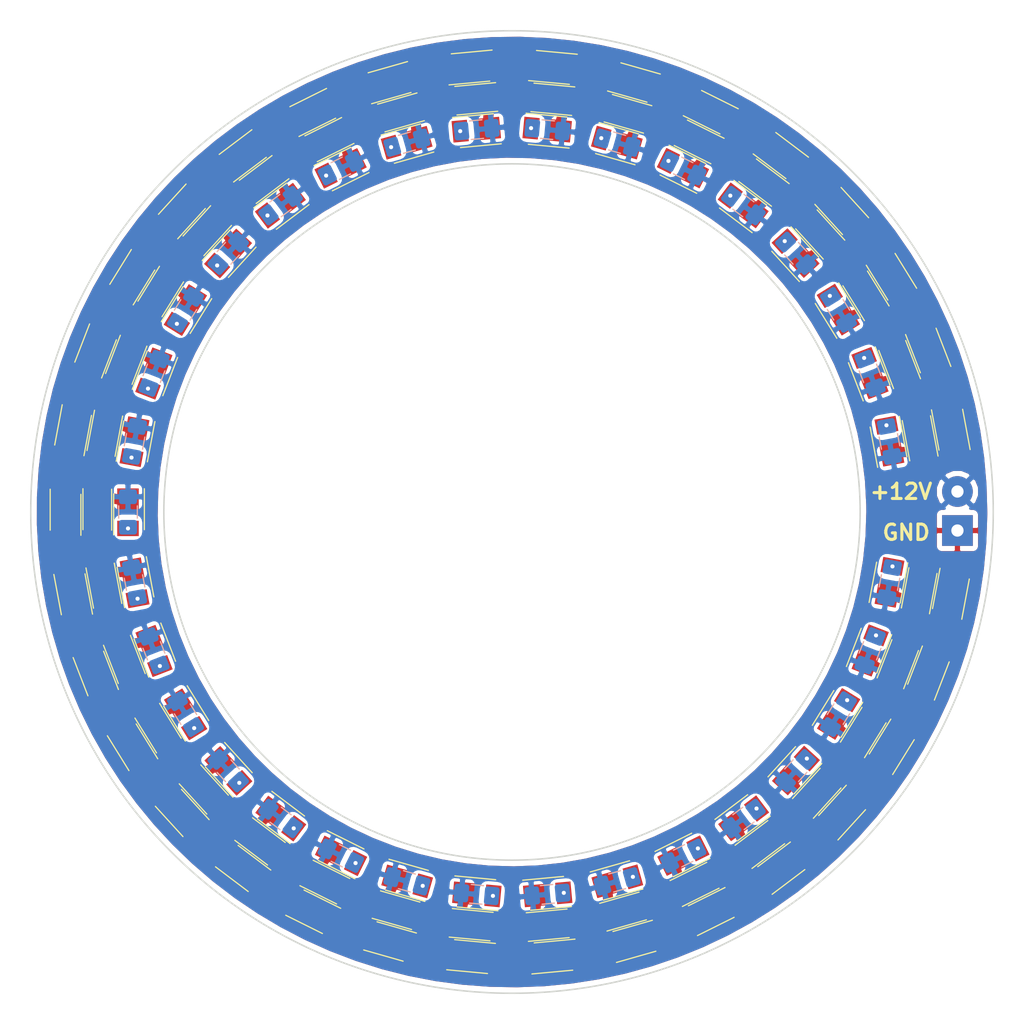
<source format=kicad_pcb>
(kicad_pcb (version 20171130) (host pcbnew 5.0.0-fee4fd1~66~ubuntu18.04.1)
  (layers (0 F.Cu signal) (31 B.Cu signal) (34 B.Paste user) (35 F.Paste user) (36 B.SilkS user) (37 F.SilkS user) (38 B.Mask user) (39 F.Mask user) (44 Edge.Cuts user))
  (net 0 "")
  (net 1 +12V)
  (net 2 "Net-(D70-Pad2)")
  (net 3 "Net-(D52-Pad2)")
  (net 4 "Net-(D49-Pad2)")
  (net 5 "Net-(D91-Pad2)")
  (net 6 "Net-(D88-Pad2)")
  (net 7 "Net-(D85-Pad2)")
  (net 8 "Net-(D82-Pad2)")
  (net 9 "Net-(D79-Pad2)")
  (net 10 "Net-(D76-Pad2)")
  (net 11 "Net-(D46-Pad2)")
  (net 12 "Net-(D67-Pad2)")
  (net 13 "Net-(D64-Pad2)")
  (net 14 "Net-(D61-Pad2)")
  (net 15 "Net-(D58-Pad2)")
  (net 16 "Net-(D55-Pad2)")
  (net 17 "Net-(D73-Pad2)")
  (net 18 "Net-(D22-Pad2)")
  (net 19 "Net-(D4-Pad2)")
  (net 20 "Net-(D1-Pad2)")
  (net 21 "Net-(D43-Pad2)")
  (net 22 "Net-(D40-Pad2)")
  (net 23 "Net-(D37-Pad2)")
  (net 24 "Net-(D34-Pad2)")
  (net 25 "Net-(D31-Pad2)")
  (net 26 "Net-(D28-Pad2)")
  (net 27 "Net-(D94-Pad2)")
  (net 28 "Net-(D19-Pad2)")
  (net 29 "Net-(D16-Pad2)")
  (net 30 "Net-(D13-Pad2)")
  (net 31 "Net-(D10-Pad2)")
  (net 32 "Net-(D7-Pad2)")
  (net 33 "Net-(D25-Pad2)")
  (net 34 GND)
  (net 35 "Net-(D5-Pad1)")
  (net 36 "Net-(D4-Pad1)")
  (net 37 "Net-(D2-Pad1)")
  (net 38 "Net-(D1-Pad1)")
  (net 39 "Net-(D49-Pad1)")
  (net 40 "Net-(D64-Pad1)")
  (net 41 "Net-(D62-Pad1)")
  (net 42 "Net-(D61-Pad1)")
  (net 43 "Net-(D59-Pad1)")
  (net 44 "Net-(D58-Pad1)")
  (net 45 "Net-(D7-Pad1)")
  (net 46 "Net-(D8-Pad1)")
  (net 47 "Net-(D10-Pad1)")
  (net 48 "Net-(D11-Pad1)")
  (net 49 "Net-(D13-Pad1)")
  (net 50 "Net-(D14-Pad1)")
  (net 51 "Net-(D16-Pad1)")
  (net 52 "Net-(D34-Pad1)")
  (net 53 "Net-(D32-Pad1)")
  (net 54 "Net-(D46-Pad1)")
  (net 55 "Net-(D35-Pad1)")
  (net 56 "Net-(D37-Pad1)")
  (net 57 "Net-(D38-Pad1)")
  (net 58 "Net-(D40-Pad1)")
  (net 59 "Net-(D41-Pad1)")
  (net 60 "Net-(D43-Pad1)")
  (net 61 "Net-(D44-Pad1)")
  (net 62 "Net-(D47-Pad1)")
  (net 63 "Net-(D50-Pad1)")
  (net 64 "Net-(D52-Pad1)")
  (net 65 "Net-(D53-Pad1)")
  (net 66 "Net-(D55-Pad1)")
  (net 67 "Net-(D56-Pad1)")
  (net 68 "Net-(D70-Pad1)")
  (net 69 "Net-(D88-Pad1)")
  (net 70 "Net-(D86-Pad1)")
  (net 71 "Net-(D85-Pad1)")
  (net 72 "Net-(D83-Pad1)")
  (net 73 "Net-(D82-Pad1)")
  (net 74 "Net-(D65-Pad1)")
  (net 75 "Net-(D67-Pad1)")
  (net 76 "Net-(D68-Pad1)")
  (net 77 "Net-(D89-Pad1)")
  (net 78 "Net-(D71-Pad1)")
  (net 79 "Net-(D73-Pad1)")
  (net 80 "Net-(D74-Pad1)")
  (net 81 "Net-(D76-Pad1)")
  (net 82 "Net-(D77-Pad1)")
  (net 83 "Net-(D79-Pad1)")
  (net 84 "Net-(D80-Pad1)")
  (net 85 "Net-(D29-Pad1)")
  (net 86 "Net-(D19-Pad1)")
  (net 87 "Net-(D20-Pad1)")
  (net 88 "Net-(D22-Pad1)")
  (net 89 "Net-(D23-Pad1)")
  (net 90 "Net-(D25-Pad1)")
  (net 91 "Net-(D26-Pad1)")
  (net 92 "Net-(D28-Pad1)")
  (net 93 "Net-(D17-Pad1)")
  (net 94 "Net-(D31-Pad1)")
  (net 95 "Net-(D95-Pad1)")
  (net 96 "Net-(D94-Pad1)")
  (net 97 "Net-(D92-Pad1)")
  (net 98 "Net-(D91-Pad1)")
  (net 99 "Net-(D97-Pad2)")
  (net 100 "Net-(D97-Pad1)")
  (net 101 "Net-(D98-Pad1)")
  (module Connector_Wire:SolderWirePad_1x02_P3.81mm_Drill1.2mm (layer F.Cu) (at 193.5 101.81 90)
    (fp_text reference J1 hide)
    (fp_text value Power hide)
    (pad 1 thru_hole rect (at 0 0 90) (size 2.99974 2.99974) (drill 1.19888) (layers *.Cu *.Mask) (net 34 GND))
    (pad 2 thru_hole circle (at 3.81 0 90) (size 2.99974 2.99974) (drill 1.19888) (layers *.Cu *.Mask) (net 1 +12V))
  )
  (module yaqwsx:LED_PLCC_2835_Handsoldering_Centered (layer F.Cu) (at 189.81041 107.441855 259.4117647)
    (fp_text reference D2 hide)
    (fp_text value LED)
    (pad 2 smd rect (at 1.605001 0 79.41176503) (size 1.5 2.1) (layers F.Cu F.Paste F.Mask) (net 38 "Net-(D1-Pad1)"))
    (pad 1 smd rect (at -1.055 0 79.41176503) (size 2.5 2.1) (layers F.Cu F.Paste F.Mask) (net 37 "Net-(D2-Pad1)"))
  )
  (module yaqwsx:LED_PLCC_2835_Handsoldering_Centered (layer F.Cu) (at 192.759329 92.006895 100.5882353)
    (fp_text reference D99 hide)
    (fp_text value LED)
    (pad 1 smd rect (at -1.055 0 280.5882353) (size 2.5 2.1) (layers F.Cu F.Paste F.Mask) (net 34 GND))
    (pad 2 smd rect (at 1.605001 -0.000001 280.5882353) (size 1.5 2.1) (layers F.Cu F.Paste F.Mask) (net 101 "Net-(D98-Pad1)"))
  )
  (module yaqwsx:LED_PLCC_2835_Handsoldering_Centered (layer F.Cu) (at 186.861491 93.109393 100.5882353)
    (fp_text reference D97 hide)
    (fp_text value LED)
    (pad 2 smd rect (at 1.605001 -0.000001 280.5882353) (size 1.5 2.1) (layers F.Cu F.Paste F.Mask) (net 99 "Net-(D97-Pad2)"))
    (pad 1 smd rect (at -1.055 0 280.5882353) (size 2.5 2.1) (layers F.Cu F.Paste F.Mask) (net 100 "Net-(D97-Pad1)"))
  )
  (module yaqwsx:LED_PLCC_2835_Handsoldering_Centered (layer F.Cu) (at 190.562541 84.285987 111.1764706)
    (fp_text reference D96 hide)
    (fp_text value LED)
    (pad 1 smd rect (at -1.055 0.000001 291.1764706) (size 2.5 2.1) (layers F.Cu F.Paste F.Mask) (net 34 GND))
    (pad 2 smd rect (at 1.605 0.000001 291.1764706) (size 1.5 2.1) (layers F.Cu F.Paste F.Mask) (net 95 "Net-(D95-Pad1)"))
  )
  (module yaqwsx:LED_PLCC_2835_Handsoldering_Centered (layer F.Cu) (at 187.765125 85.369712 291.1764706)
    (fp_text reference D95 hide)
    (fp_text value LED)
    (pad 2 smd rect (at 1.605 0.000001 111.1764706) (size 1.5 2.1) (layers F.Cu F.Paste F.Mask) (net 96 "Net-(D94-Pad1)"))
    (pad 1 smd rect (at -1.055 0.000001 111.1764706) (size 2.5 2.1) (layers F.Cu F.Paste F.Mask) (net 95 "Net-(D95-Pad1)"))
  )
  (module yaqwsx:LED_PLCC_2835_Handsoldering_Centered (layer F.Cu) (at 184.967708 86.453437 111.1764706)
    (fp_text reference D94 hide)
    (fp_text value LED)
    (pad 1 smd rect (at -1.055 0.000001 291.1764706) (size 2.5 2.1) (layers F.Cu F.Paste F.Mask) (net 96 "Net-(D94-Pad1)"))
    (pad 2 smd rect (at 1.605 0.000001 291.1764706) (size 1.5 2.1) (layers F.Cu F.Paste F.Mask) (net 27 "Net-(D94-Pad2)"))
  )
  (module yaqwsx:LED_PLCC_2835_Handsoldering_Centered (layer F.Cu) (at 186.984445 77.1002 121.7647059)
    (fp_text reference D93 hide)
    (fp_text value LED)
    (pad 2 smd rect (at 1.605001 0 301.7647059) (size 1.5 2.1) (layers F.Cu F.Paste F.Mask) (net 97 "Net-(D92-Pad1)"))
    (pad 1 smd rect (at -1.055 0 301.7647059) (size 2.5 2.1) (layers F.Cu F.Paste F.Mask) (net 34 GND))
  )
  (module yaqwsx:LED_PLCC_2835_Handsoldering_Centered (layer F.Cu) (at 184.433793 78.679497 301.7647059)
    (fp_text reference D92 hide)
    (fp_text value LED)
    (pad 1 smd rect (at -1.055 0 121.7647059) (size 2.5 2.1) (layers F.Cu F.Paste F.Mask) (net 97 "Net-(D92-Pad1)"))
    (pad 2 smd rect (at 1.605001 0 121.7647059) (size 1.5 2.1) (layers F.Cu F.Paste F.Mask) (net 98 "Net-(D91-Pad1)"))
  )
  (module yaqwsx:LED_PLCC_2835_Handsoldering_Centered (layer F.Cu) (at 181.883142 80.258793 121.7647059)
    (fp_text reference D91 hide)
    (fp_text value LED)
    (pad 2 smd rect (at 1.605001 0 301.7647059) (size 1.5 2.1) (layers F.Cu F.Paste F.Mask) (net 5 "Net-(D91-Pad2)"))
    (pad 1 smd rect (at -1.055 0 301.7647059) (size 2.5 2.1) (layers F.Cu F.Paste F.Mask) (net 98 "Net-(D91-Pad1)"))
  )
  (module yaqwsx:LED_PLCC_2835_Handsoldering_Centered (layer F.Cu) (at 182.146887 70.694239 132.3529412)
    (fp_text reference D90 hide)
    (fp_text value LED)
    (pad 1 smd rect (at -1.055 0 312.3529412) (size 2.5 2.1) (layers F.Cu F.Paste F.Mask) (net 34 GND))
    (pad 2 smd rect (at 1.605001 0 312.3529412) (size 1.5 2.1) (layers F.Cu F.Paste F.Mask) (net 77 "Net-(D89-Pad1)"))
  )
  (module yaqwsx:LED_PLCC_2835_Handsoldering_Centered (layer F.Cu) (at 179.929861 72.715326 312.3529412)
    (fp_text reference D89 hide)
    (fp_text value LED)
    (pad 2 smd rect (at 1.605001 0 132.3529412) (size 1.5 2.1) (layers F.Cu F.Paste F.Mask) (net 69 "Net-(D88-Pad1)"))
    (pad 1 smd rect (at -1.055 0 132.3529412) (size 2.5 2.1) (layers F.Cu F.Paste F.Mask) (net 77 "Net-(D89-Pad1)"))
  )
  (module yaqwsx:LED_PLCC_2835_Handsoldering_Centered (layer F.Cu) (at 177.712834 74.736413 132.3529412)
    (fp_text reference D88 hide)
    (fp_text value LED)
    (pad 1 smd rect (at -1.055 0 312.3529412) (size 2.5 2.1) (layers F.Cu F.Paste F.Mask) (net 69 "Net-(D88-Pad1)"))
    (pad 2 smd rect (at 1.605001 0 312.3529412) (size 1.5 2.1) (layers F.Cu F.Paste F.Mask) (net 6 "Net-(D88-Pad2)"))
  )
  (module yaqwsx:LED_PLCC_2835_Handsoldering_Centered (layer F.Cu) (at 176.214606 65.28625 142.9411765)
    (fp_text reference D87 hide)
    (fp_text value LED)
    (pad 2 smd rect (at 1.605001 0 322.9411765) (size 1.5 2.1) (layers F.Cu F.Paste F.Mask) (net 70 "Net-(D86-Pad1)"))
    (pad 1 smd rect (at -1.055 0 322.9411765) (size 2.5 2.1) (layers F.Cu F.Paste F.Mask) (net 34 GND))
  )
  (module yaqwsx:LED_PLCC_2835_Handsoldering_Centered (layer F.Cu) (at 172.598798 70.074353 142.9411765)
    (fp_text reference D85 hide)
    (fp_text value LED)
    (pad 1 smd rect (at -1.055 0 322.9411765) (size 2.5 2.1) (layers F.Cu F.Paste F.Mask) (net 71 "Net-(D85-Pad1)"))
    (pad 2 smd rect (at 1.605001 0 322.9411765) (size 1.5 2.1) (layers F.Cu F.Paste F.Mask) (net 7 "Net-(D85-Pad2)"))
  )
  (module yaqwsx:LED_PLCC_2835_Handsoldering_Centered (layer F.Cu) (at 189.81041 92.558144 280.5882353)
    (fp_text reference D98 hide)
    (fp_text value LED)
    (pad 2 smd rect (at 1.605001 -0.000001 100.5882353) (size 1.5 2.1) (layers F.Cu F.Paste F.Mask) (net 100 "Net-(D97-Pad1)"))
    (pad 1 smd rect (at -1.055 0 100.5882353) (size 2.5 2.1) (layers F.Cu F.Paste F.Mask) (net 101 "Net-(D98-Pad1)"))
  )
  (module yaqwsx:LED_PLCC_2835_Handsoldering_Centered (layer F.Cu) (at 139.737637 63.931538 195.8823529)
    (fp_text reference D70 hide)
    (fp_text value LED)
    (pad 2 smd rect (at 1.605 -0.000001 15.88235414) (size 1.5 2.1) (layers F.Cu F.Paste F.Mask) (net 2 "Net-(D70-Pad2)"))
    (pad 1 smd rect (at -1.055 0 15.88235414) (size 2.5 2.1) (layers F.Cu F.Paste F.Mask) (net 68 "Net-(D70-Pad1)"))
  )
  (module yaqwsx:LED_PLCC_2835_Handsoldering_Centered (layer F.Cu) (at 166.715188 66.431376 153.5294118)
    (fp_text reference D82 hide)
    (fp_text value LED)
    (pad 1 smd rect (at -1.055 0 333.5294117) (size 2.5 2.1) (layers F.Cu F.Paste F.Mask) (net 73 "Net-(D82-Pad1)"))
    (pad 2 smd rect (at 1.605001 0 333.5294117) (size 1.5 2.1) (layers F.Cu F.Paste F.Mask) (net 8 "Net-(D82-Pad2)"))
  )
  (module yaqwsx:LED_PLCC_2835_Handsoldering_Centered (layer F.Cu) (at 161.90434 58.160584 164.1176471)
    (fp_text reference D81 hide)
    (fp_text value LED)
    (pad 2 smd rect (at 1.605 0 344.1176471) (size 1.5 2.1) (layers F.Cu F.Paste F.Mask) (net 84 "Net-(D80-Pad1)"))
    (pad 1 smd rect (at -1.055 0 344.1176471) (size 2.5 2.1) (layers F.Cu F.Paste F.Mask) (net 34 GND))
  )
  (module yaqwsx:LED_PLCC_2835_Handsoldering_Centered (layer F.Cu) (at 161.083351 61.046061 344.1176471)
    (fp_text reference D80 hide)
    (fp_text value LED)
    (pad 1 smd rect (at -1.055 0 164.1176469) (size 2.5 2.1) (layers F.Cu F.Paste F.Mask) (net 84 "Net-(D80-Pad1)"))
    (pad 2 smd rect (at 1.605 0 164.1176469) (size 1.5 2.1) (layers F.Cu F.Paste F.Mask) (net 83 "Net-(D79-Pad1)"))
  )
  (module yaqwsx:LED_PLCC_2835_Handsoldering_Centered (layer F.Cu) (at 160.262362 63.931538 164.1176471)
    (fp_text reference D79 hide)
    (fp_text value LED)
    (pad 2 smd rect (at 1.605 0 344.1176471) (size 1.5 2.1) (layers F.Cu F.Paste F.Mask) (net 9 "Net-(D79-Pad2)"))
    (pad 1 smd rect (at -1.055 0 344.1176471) (size 2.5 2.1) (layers F.Cu F.Paste F.Mask) (net 83 "Net-(D79-Pad1)"))
  )
  (module yaqwsx:LED_PLCC_2835_Handsoldering_Centered (layer F.Cu) (at 154.013673 56.685563 174.7058824)
    (fp_text reference D78 hide)
    (fp_text value LED)
    (pad 1 smd rect (at -1.055 -0.000001 354.7058824) (size 2.5 2.1) (layers F.Cu F.Paste F.Mask) (net 34 GND))
    (pad 2 smd rect (at 1.605 -0.000001 354.7058824) (size 1.5 2.1) (layers F.Cu F.Paste F.Mask) (net 82 "Net-(D77-Pad1)"))
  )
  (module yaqwsx:LED_PLCC_2835_Handsoldering_Centered (layer F.Cu) (at 153.736868 59.672765 354.7058824)
    (fp_text reference D77 hide)
    (fp_text value LED)
    (pad 2 smd rect (at 1.605 -0.000001 174.7058822) (size 1.5 2.1) (layers F.Cu F.Paste F.Mask) (net 81 "Net-(D76-Pad1)"))
    (pad 1 smd rect (at -1.055 -0.000001 174.7058822) (size 2.5 2.1) (layers F.Cu F.Paste F.Mask) (net 82 "Net-(D77-Pad1)"))
  )
  (module yaqwsx:LED_PLCC_2835_Handsoldering_Centered (layer F.Cu) (at 153.460063 62.659968 174.7058824)
    (fp_text reference D76 hide)
    (fp_text value LED)
    (pad 1 smd rect (at -1.055 -0.000001 354.7058824) (size 2.5 2.1) (layers F.Cu F.Paste F.Mask) (net 81 "Net-(D76-Pad1)"))
    (pad 2 smd rect (at 1.605 -0.000001 354.7058824) (size 1.5 2.1) (layers F.Cu F.Paste F.Mask) (net 10 "Net-(D76-Pad2)"))
  )
  (module yaqwsx:LED_PLCC_2835_Handsoldering_Centered (layer F.Cu) (at 145.986326 56.685563 185.2941176)
    (fp_text reference D75 hide)
    (fp_text value LED)
    (pad 2 smd rect (at 1.605 0.000002 5.294119127) (size 1.5 2.1) (layers F.Cu F.Paste F.Mask) (net 80 "Net-(D74-Pad1)"))
    (pad 1 smd rect (at -1.055 0 5.294119127) (size 2.5 2.1) (layers F.Cu F.Paste F.Mask) (net 34 GND))
  )
  (module yaqwsx:LED_PLCC_2835_Handsoldering_Centered (layer F.Cu) (at 146.263131 59.672765 5.294117647)
    (fp_text reference D74 hide)
    (fp_text value LED)
    (pad 1 smd rect (at -1.055 0 185.2941176) (size 2.5 2.1) (layers F.Cu F.Paste F.Mask) (net 80 "Net-(D74-Pad1)"))
    (pad 2 smd rect (at 1.605 0.000002 185.2941176) (size 1.5 2.1) (layers F.Cu F.Paste F.Mask) (net 79 "Net-(D73-Pad1)"))
  )
  (module yaqwsx:LED_PLCC_2835_Handsoldering_Centered (layer F.Cu) (at 146.539936 62.659968 185.2941176)
    (fp_text reference D73 hide)
    (fp_text value LED)
    (pad 2 smd rect (at 1.605 0.000002 5.294119127) (size 1.5 2.1) (layers F.Cu F.Paste F.Mask) (net 17 "Net-(D73-Pad2)"))
    (pad 1 smd rect (at -1.055 0 5.294119127) (size 2.5 2.1) (layers F.Cu F.Paste F.Mask) (net 79 "Net-(D73-Pad1)"))
  )
  (module yaqwsx:LED_PLCC_2835_Handsoldering_Centered (layer F.Cu) (at 138.095659 58.160584 195.8823529)
    (fp_text reference D72 hide)
    (fp_text value LED)
    (pad 1 smd rect (at -1.055 0 15.88235414) (size 2.5 2.1) (layers F.Cu F.Paste F.Mask) (net 34 GND))
    (pad 2 smd rect (at 1.605 -0.000001 15.88235414) (size 1.5 2.1) (layers F.Cu F.Paste F.Mask) (net 78 "Net-(D71-Pad1)"))
  )
  (module yaqwsx:LED_PLCC_2835_Handsoldering_Centered (layer F.Cu) (at 138.916648 61.046061 15.88235294)
    (fp_text reference D71 hide)
    (fp_text value LED)
    (pad 2 smd rect (at 1.605 -0.000001 195.882353) (size 1.5 2.1) (layers F.Cu F.Paste F.Mask) (net 68 "Net-(D70-Pad1)"))
    (pad 1 smd rect (at -1.055 0 195.882353) (size 2.5 2.1) (layers F.Cu F.Paste F.Mask) (net 78 "Net-(D71-Pad1)"))
  )
  (module yaqwsx:LED_PLCC_2835_Handsoldering_Centered (layer F.Cu) (at 174.406702 67.680302 322.9411765)
    (fp_text reference D86 hide)
    (fp_text value LED)
    (pad 1 smd rect (at -1.055 0 142.9411765) (size 2.5 2.1) (layers F.Cu F.Paste F.Mask) (net 70 "Net-(D86-Pad1)"))
    (pad 2 smd rect (at 1.605001 0 142.9411765) (size 1.5 2.1) (layers F.Cu F.Paste F.Mask) (net 71 "Net-(D85-Pad1)"))
  )
  (module yaqwsx:LED_PLCC_2835_Handsoldering_Centered (layer F.Cu) (at 130.610381 61.060396 206.4705882)
    (fp_text reference D69 hide)
    (fp_text value LED)
    (pad 2 smd rect (at 1.605 0.000001 26.47058937) (size 1.5 2.1) (layers F.Cu F.Paste F.Mask) (net 76 "Net-(D68-Pad1)"))
    (pad 1 smd rect (at -1.055 0.000001 26.47058937) (size 2.5 2.1) (layers F.Cu F.Paste F.Mask) (net 34 GND))
  )
  (module yaqwsx:LED_PLCC_2835_Handsoldering_Centered (layer F.Cu) (at 131.947596 63.745886 26.47058824)
    (fp_text reference D68 hide)
    (fp_text value LED)
    (pad 1 smd rect (at -1.055 0.000001 206.4705883) (size 2.5 2.1) (layers F.Cu F.Paste F.Mask) (net 76 "Net-(D68-Pad1)"))
    (pad 2 smd rect (at 1.605 0.000001 206.4705883) (size 1.5 2.1) (layers F.Cu F.Paste F.Mask) (net 75 "Net-(D67-Pad1)"))
  )
  (module yaqwsx:LED_PLCC_2835_Handsoldering_Centered (layer F.Cu) (at 133.284811 66.431376 206.4705882)
    (fp_text reference D67 hide)
    (fp_text value LED)
    (pad 2 smd rect (at 1.605 0.000001 26.47058937) (size 1.5 2.1) (layers F.Cu F.Paste F.Mask) (net 12 "Net-(D67-Pad2)"))
    (pad 1 smd rect (at -1.055 0.000001 26.47058937) (size 2.5 2.1) (layers F.Cu F.Paste F.Mask) (net 75 "Net-(D67-Pad1)"))
  )
  (module yaqwsx:LED_PLCC_2835_Handsoldering_Centered (layer F.Cu) (at 123.785393 65.28625 217.0588235)
    (fp_text reference D66 hide)
    (fp_text value LED)
    (pad 1 smd rect (at -1.054999 0 37.05882439) (size 2.5 2.1) (layers F.Cu F.Paste F.Mask) (net 34 GND))
    (pad 2 smd rect (at 1.605001 0 37.05882439) (size 1.5 2.1) (layers F.Cu F.Paste F.Mask) (net 74 "Net-(D65-Pad1)"))
  )
  (module yaqwsx:LED_PLCC_2835_Handsoldering_Centered (layer F.Cu) (at 125.593297 67.680302 37.05882353)
    (fp_text reference D65 hide)
    (fp_text value LED)
    (pad 2 smd rect (at 1.605001 0 217.0588236) (size 1.5 2.1) (layers F.Cu F.Paste F.Mask) (net 40 "Net-(D64-Pad1)"))
    (pad 1 smd rect (at -1.054999 0 217.0588236) (size 2.5 2.1) (layers F.Cu F.Paste F.Mask) (net 74 "Net-(D65-Pad1)"))
  )
  (module yaqwsx:LED_PLCC_2835_Handsoldering_Centered (layer F.Cu) (at 127.401201 70.074353 217.0588235)
    (fp_text reference D64 hide)
    (fp_text value LED)
    (pad 1 smd rect (at -1.054999 0 37.05882439) (size 2.5 2.1) (layers F.Cu F.Paste F.Mask) (net 40 "Net-(D64-Pad1)"))
    (pad 2 smd rect (at 1.605001 0 37.05882439) (size 1.5 2.1) (layers F.Cu F.Paste F.Mask) (net 13 "Net-(D64-Pad2)"))
  )
  (module yaqwsx:LED_PLCC_2835_Handsoldering_Centered (layer F.Cu) (at 117.853112 70.694239 227.6470588)
    (fp_text reference D63 hide)
    (fp_text value LED)
    (pad 2 smd rect (at 1.605 0.000001 47.64705941) (size 1.5 2.1) (layers F.Cu F.Paste F.Mask) (net 41 "Net-(D62-Pad1)"))
    (pad 1 smd rect (at -1.055 0 47.64705941) (size 2.5 2.1) (layers F.Cu F.Paste F.Mask) (net 34 GND))
  )
  (module yaqwsx:LED_PLCC_2835_Handsoldering_Centered (layer F.Cu) (at 120.070138 72.715326 47.64705882)
    (fp_text reference D62 hide)
    (fp_text value LED)
    (pad 1 smd rect (at -1.055 0 227.6470588) (size 2.5 2.1) (layers F.Cu F.Paste F.Mask) (net 41 "Net-(D62-Pad1)"))
    (pad 2 smd rect (at 1.605 0.000001 227.6470588) (size 1.5 2.1) (layers F.Cu F.Paste F.Mask) (net 42 "Net-(D61-Pad1)"))
  )
  (module yaqwsx:LED_PLCC_2835_Handsoldering_Centered (layer F.Cu) (at 122.287165 74.736413 227.6470588)
    (fp_text reference D61 hide)
    (fp_text value LED)
    (pad 2 smd rect (at 1.605 0.000001 47.64705941) (size 1.5 2.1) (layers F.Cu F.Paste F.Mask) (net 14 "Net-(D61-Pad2)"))
    (pad 1 smd rect (at -1.055 0 47.64705941) (size 2.5 2.1) (layers F.Cu F.Paste F.Mask) (net 42 "Net-(D61-Pad1)"))
  )
  (module yaqwsx:LED_PLCC_2835_Handsoldering_Centered (layer F.Cu) (at 113.015554 77.1002 238.2352941)
    (fp_text reference D60 hide)
    (fp_text value LED)
    (pad 1 smd rect (at -1.055 0 58.23529474) (size 2.5 2.1) (layers F.Cu F.Paste F.Mask) (net 34 GND))
    (pad 2 smd rect (at 1.605001 0 58.23529474) (size 1.5 2.1) (layers F.Cu F.Paste F.Mask) (net 43 "Net-(D59-Pad1)"))
  )
  (module yaqwsx:LED_PLCC_2835_Handsoldering_Centered (layer F.Cu) (at 115.566206 78.679497 58.23529412)
    (fp_text reference D59 hide)
    (fp_text value LED)
    (pad 2 smd rect (at 1.605001 0 238.2352941) (size 1.5 2.1) (layers F.Cu F.Paste F.Mask) (net 44 "Net-(D58-Pad1)"))
    (pad 1 smd rect (at -1.055 0 238.2352941) (size 2.5 2.1) (layers F.Cu F.Paste F.Mask) (net 43 "Net-(D59-Pad1)"))
  )
  (module yaqwsx:LED_PLCC_2835_Handsoldering_Centered (layer F.Cu) (at 118.116857 80.258793 238.2352941)
    (fp_text reference D58 hide)
    (fp_text value LED)
    (pad 1 smd rect (at -1.055 0 58.23529474) (size 2.5 2.1) (layers F.Cu F.Paste F.Mask) (net 44 "Net-(D58-Pad1)"))
    (pad 2 smd rect (at 1.605001 0 58.23529474) (size 1.5 2.1) (layers F.Cu F.Paste F.Mask) (net 15 "Net-(D58-Pad2)"))
  )
  (module yaqwsx:LED_PLCC_2835_Handsoldering_Centered (layer F.Cu) (at 109.437458 84.285987 248.8235294)
    (fp_text reference D57 hide)
    (fp_text value LED)
    (pad 2 smd rect (at 1.605 0 68.82352967) (size 1.5 2.1) (layers F.Cu F.Paste F.Mask) (net 67 "Net-(D56-Pad1)"))
    (pad 1 smd rect (at -1.055 0 68.82352967) (size 2.5 2.1) (layers F.Cu F.Paste F.Mask) (net 34 GND))
  )
  (module yaqwsx:LED_PLCC_2835_Handsoldering_Centered (layer F.Cu) (at 169.389618 61.060396 153.5294118)
    (fp_text reference D84 hide)
    (fp_text value LED)
    (pad 1 smd rect (at -1.055 0 333.5294117) (size 2.5 2.1) (layers F.Cu F.Paste F.Mask) (net 34 GND))
    (pad 2 smd rect (at 1.605001 0 333.5294117) (size 1.5 2.1) (layers F.Cu F.Paste F.Mask) (net 72 "Net-(D83-Pad1)"))
  )
  (module yaqwsx:LED_PLCC_2835_Handsoldering_Centered (layer F.Cu) (at 138.095659 141.839415 344.1176471)
    (fp_text reference D30 hide)
    (fp_text value LED)
    (pad 2 smd rect (at 1.605 0 164.1176471) (size 1.5 2.1) (layers F.Cu F.Paste F.Mask) (net 85 "Net-(D29-Pad1)"))
    (pad 1 smd rect (at -1.055 0 164.1176471) (size 2.5 2.1) (layers F.Cu F.Paste F.Mask) (net 34 GND))
  )
  (module yaqwsx:LED_PLCC_2835_Handsoldering_Centered (layer F.Cu) (at 138.916648 138.953938 164.1176471)
    (fp_text reference D29 hide)
    (fp_text value LED)
    (pad 1 smd rect (at -1.055 0 344.1176471) (size 2.5 2.1) (layers F.Cu F.Paste F.Mask) (net 85 "Net-(D29-Pad1)"))
    (pad 2 smd rect (at 1.605 0 344.1176471) (size 1.5 2.1) (layers F.Cu F.Paste F.Mask) (net 92 "Net-(D28-Pad1)"))
  )
  (module yaqwsx:LED_PLCC_2835_Handsoldering_Centered (layer F.Cu) (at 112.234874 85.369712 68.82352941)
    (fp_text reference D56 hide)
    (fp_text value LED)
    (pad 2 smd rect (at 1.605 0 248.8235294) (size 1.5 2.1) (layers F.Cu F.Paste F.Mask) (net 66 "Net-(D55-Pad1)"))
    (pad 1 smd rect (at -1.055 0 248.8235294) (size 2.5 2.1) (layers F.Cu F.Paste F.Mask) (net 67 "Net-(D56-Pad1)"))
  )
  (module yaqwsx:LED_PLCC_2835_Handsoldering_Centered (layer F.Cu) (at 107.24067 92.006895 259.4117647)
    (fp_text reference D54 hide)
    (fp_text value LED)
    (pad 1 smd rect (at -1.055 0 79.41176502) (size 2.5 2.1) (layers F.Cu F.Paste F.Mask) (net 34 GND))
    (pad 2 smd rect (at 1.605001 0 79.41176502) (size 1.5 2.1) (layers F.Cu F.Paste F.Mask) (net 65 "Net-(D53-Pad1)"))
  )
  (module yaqwsx:LED_PLCC_2835_Handsoldering_Centered (layer F.Cu) (at 110.189589 92.558144 79.41176471)
    (fp_text reference D53 hide)
    (fp_text value LED)
    (pad 2 smd rect (at 1.605001 0 259.4117647) (size 1.5 2.1) (layers F.Cu F.Paste F.Mask) (net 64 "Net-(D52-Pad1)"))
    (pad 1 smd rect (at -1.055 0 259.4117647) (size 2.5 2.1) (layers F.Cu F.Paste F.Mask) (net 65 "Net-(D53-Pad1)"))
  )
  (module yaqwsx:LED_PLCC_2835_Handsoldering_Centered (layer F.Cu) (at 113.138508 93.109393 259.4117647)
    (fp_text reference D52 hide)
    (fp_text value LED)
    (pad 1 smd rect (at -1.055 0 79.41176502) (size 2.5 2.1) (layers F.Cu F.Paste F.Mask) (net 64 "Net-(D52-Pad1)"))
    (pad 2 smd rect (at 1.605001 0 79.41176502) (size 1.5 2.1) (layers F.Cu F.Paste F.Mask) (net 3 "Net-(D52-Pad2)"))
  )
  (module yaqwsx:LED_PLCC_2835_Handsoldering_Centered (layer F.Cu) (at 106.5 100 270)
    (fp_text reference D51 hide)
    (fp_text value LED)
    (pad 2 smd rect (at 1.605 -0.000001 90) (size 1.5 2.1) (layers F.Cu F.Paste F.Mask) (net 63 "Net-(D50-Pad1)"))
    (pad 1 smd rect (at -1.055 -0.000001 90) (size 2.5 2.1) (layers F.Cu F.Paste F.Mask) (net 34 GND))
  )
  (module yaqwsx:LED_PLCC_2835_Handsoldering_Centered (layer F.Cu) (at 109.5 100 90)
    (fp_text reference D50 hide)
    (fp_text value LED)
    (pad 1 smd rect (at -1.055 -0.000001 270) (size 2.5 2.1) (layers F.Cu F.Paste F.Mask) (net 63 "Net-(D50-Pad1)"))
    (pad 2 smd rect (at 1.605 -0.000001 270) (size 1.5 2.1) (layers F.Cu F.Paste F.Mask) (net 39 "Net-(D49-Pad1)"))
  )
  (module yaqwsx:LED_PLCC_2835_Handsoldering_Centered (layer F.Cu) (at 112.5 100 270)
    (fp_text reference D49 hide)
    (fp_text value LED)
    (pad 2 smd rect (at 1.605 -0.000001 90) (size 1.5 2.1) (layers F.Cu F.Paste F.Mask) (net 4 "Net-(D49-Pad2)"))
    (pad 1 smd rect (at -1.055 -0.000001 90) (size 2.5 2.1) (layers F.Cu F.Paste F.Mask) (net 39 "Net-(D49-Pad1)"))
  )
  (module yaqwsx:LED_PLCC_2835_Handsoldering_Centered (layer F.Cu) (at 107.24067 107.993104 280.5882353)
    (fp_text reference D48 hide)
    (fp_text value LED)
    (pad 1 smd rect (at -1.055 -0.000001 100.5882353) (size 2.5 2.1) (layers F.Cu F.Paste F.Mask) (net 34 GND))
    (pad 2 smd rect (at 1.605 0.000001 100.5882353) (size 1.5 2.1) (layers F.Cu F.Paste F.Mask) (net 62 "Net-(D47-Pad1)"))
  )
  (module yaqwsx:LED_PLCC_2835_Handsoldering_Centered (layer F.Cu) (at 110.189589 107.441855 100.5882353)
    (fp_text reference D47 hide)
    (fp_text value LED)
    (pad 2 smd rect (at 1.605 0.000001 280.5882353) (size 1.5 2.1) (layers F.Cu F.Paste F.Mask) (net 54 "Net-(D46-Pad1)"))
    (pad 1 smd rect (at -1.055 -0.000001 280.5882353) (size 2.5 2.1) (layers F.Cu F.Paste F.Mask) (net 62 "Net-(D47-Pad1)"))
  )
  (module yaqwsx:LED_PLCC_2835_Handsoldering_Centered (layer F.Cu) (at 113.138508 106.890606 280.5882353)
    (fp_text reference D46 hide)
    (fp_text value LED)
    (pad 1 smd rect (at -1.055 -0.000001 100.5882353) (size 2.5 2.1) (layers F.Cu F.Paste F.Mask) (net 54 "Net-(D46-Pad1)"))
    (pad 2 smd rect (at 1.605 0.000001 100.5882353) (size 1.5 2.1) (layers F.Cu F.Paste F.Mask) (net 11 "Net-(D46-Pad2)"))
  )
  (module yaqwsx:LED_PLCC_2835_Handsoldering_Centered (layer F.Cu) (at 109.437458 115.714012 291.1764706)
    (fp_text reference D45 hide)
    (fp_text value LED)
    (pad 2 smd rect (at 1.605 0.000001 111.1764706) (size 1.5 2.1) (layers F.Cu F.Paste F.Mask) (net 61 "Net-(D44-Pad1)"))
    (pad 1 smd rect (at -1.055 0 111.1764706) (size 2.5 2.1) (layers F.Cu F.Paste F.Mask) (net 34 GND))
  )
  (module yaqwsx:LED_PLCC_2835_Handsoldering_Centered (layer F.Cu) (at 168.052403 63.745886 333.5294118)
    (fp_text reference D83 hide)
    (fp_text value LED)
    (pad 1 smd rect (at -1.055 0 153.5294117) (size 2.5 2.1) (layers F.Cu F.Paste F.Mask) (net 72 "Net-(D83-Pad1)"))
    (pad 2 smd rect (at 1.605001 0 153.5294117) (size 1.5 2.1) (layers F.Cu F.Paste F.Mask) (net 73 "Net-(D82-Pad1)"))
  )
  (module yaqwsx:LED_PLCC_2835_Handsoldering_Centered (layer F.Cu) (at 113.015554 122.899799 301.7647059)
    (fp_text reference D42 hide)
    (fp_text value LED)
    (pad 2 smd rect (at 1.605001 -0.000001 121.7647059) (size 1.5 2.1) (layers F.Cu F.Paste F.Mask) (net 59 "Net-(D41-Pad1)"))
    (pad 1 smd rect (at -1.055 0 121.7647059) (size 2.5 2.1) (layers F.Cu F.Paste F.Mask) (net 34 GND))
  )
  (module yaqwsx:LED_PLCC_2835_Handsoldering_Centered (layer F.Cu) (at 115.032291 113.546562 291.1764706)
    (fp_text reference D43 hide)
    (fp_text value LED)
    (pad 1 smd rect (at -1.055 0 111.1764706) (size 2.5 2.1) (layers F.Cu F.Paste F.Mask) (net 60 "Net-(D43-Pad1)"))
    (pad 2 smd rect (at 1.605 0.000001 111.1764706) (size 1.5 2.1) (layers F.Cu F.Paste F.Mask) (net 21 "Net-(D43-Pad2)"))
  )
  (module yaqwsx:LED_PLCC_2835_Handsoldering_Centered (layer F.Cu) (at 133.284811 133.568623 333.5294118)
    (fp_text reference D31 hide)
    (fp_text value LED)
    (pad 2 smd rect (at 1.605001 0 153.5294118) (size 1.5 2.1) (layers F.Cu F.Paste F.Mask) (net 25 "Net-(D31-Pad2)"))
    (pad 1 smd rect (at -1.055 0 153.5294118) (size 2.5 2.1) (layers F.Cu F.Paste F.Mask) (net 94 "Net-(D31-Pad1)"))
  )
  (module yaqwsx:LED_PLCC_2835_Handsoldering_Centered (layer F.Cu) (at 131.947596 136.254113 153.5294118)
    (fp_text reference D32 hide)
    (fp_text value LED)
    (pad 1 smd rect (at -1.055 0 333.5294118) (size 2.5 2.1) (layers F.Cu F.Paste F.Mask) (net 53 "Net-(D32-Pad1)"))
    (pad 2 smd rect (at 1.605001 0 333.5294118) (size 1.5 2.1) (layers F.Cu F.Paste F.Mask) (net 94 "Net-(D31-Pad1)"))
  )
  (module yaqwsx:LED_PLCC_2835_Handsoldering_Centered (layer F.Cu) (at 130.610381 138.939603 333.5294118)
    (fp_text reference D33 hide)
    (fp_text value LED)
    (pad 2 smd rect (at 1.605001 0 153.5294118) (size 1.5 2.1) (layers F.Cu F.Paste F.Mask) (net 53 "Net-(D32-Pad1)"))
    (pad 1 smd rect (at -1.055 0 153.5294118) (size 2.5 2.1) (layers F.Cu F.Paste F.Mask) (net 34 GND))
  )
  (module yaqwsx:LED_PLCC_2835_Handsoldering_Centered (layer F.Cu) (at 127.401201 129.925646 322.9411765)
    (fp_text reference D34 hide)
    (fp_text value LED)
    (pad 1 smd rect (at -1.055 0 142.9411765) (size 2.5 2.1) (layers F.Cu F.Paste F.Mask) (net 52 "Net-(D34-Pad1)"))
    (pad 2 smd rect (at 1.605001 0 142.9411765) (size 1.5 2.1) (layers F.Cu F.Paste F.Mask) (net 24 "Net-(D34-Pad2)"))
  )
  (module yaqwsx:LED_PLCC_2835_Handsoldering_Centered (layer F.Cu) (at 125.593297 132.319697 142.9411765)
    (fp_text reference D35 hide)
    (fp_text value LED)
    (pad 2 smd rect (at 1.605001 0 322.9411765) (size 1.5 2.1) (layers F.Cu F.Paste F.Mask) (net 52 "Net-(D34-Pad1)"))
    (pad 1 smd rect (at -1.055 0 322.9411765) (size 2.5 2.1) (layers F.Cu F.Paste F.Mask) (net 55 "Net-(D35-Pad1)"))
  )
  (module yaqwsx:LED_PLCC_2835_Handsoldering_Centered (layer F.Cu) (at 123.785393 134.713749 322.9411765)
    (fp_text reference D36 hide)
    (fp_text value LED)
    (pad 1 smd rect (at -1.055 0 142.9411765) (size 2.5 2.1) (layers F.Cu F.Paste F.Mask) (net 34 GND))
    (pad 2 smd rect (at 1.605001 0 142.9411765) (size 1.5 2.1) (layers F.Cu F.Paste F.Mask) (net 55 "Net-(D35-Pad1)"))
  )
  (module yaqwsx:LED_PLCC_2835_Handsoldering_Centered (layer F.Cu) (at 122.287165 125.263586 312.3529412)
    (fp_text reference D37 hide)
    (fp_text value LED)
    (pad 2 smd rect (at 1.605 0.000001 132.3529412) (size 1.5 2.1) (layers F.Cu F.Paste F.Mask) (net 23 "Net-(D37-Pad2)"))
    (pad 1 smd rect (at -1.055 0.000001 132.3529412) (size 2.5 2.1) (layers F.Cu F.Paste F.Mask) (net 56 "Net-(D37-Pad1)"))
  )
  (module yaqwsx:LED_PLCC_2835_Handsoldering_Centered (layer F.Cu) (at 120.070138 127.284673 132.3529412)
    (fp_text reference D38 hide)
    (fp_text value LED)
    (pad 1 smd rect (at -1.055 0.000001 312.3529412) (size 2.5 2.1) (layers F.Cu F.Paste F.Mask) (net 57 "Net-(D38-Pad1)"))
    (pad 2 smd rect (at 1.605 0.000001 312.3529412) (size 1.5 2.1) (layers F.Cu F.Paste F.Mask) (net 56 "Net-(D37-Pad1)"))
  )
  (module yaqwsx:LED_PLCC_2835_Handsoldering_Centered (layer F.Cu) (at 117.853112 129.30576 312.3529412)
    (fp_text reference D39 hide)
    (fp_text value LED)
    (pad 2 smd rect (at 1.605 0.000001 132.3529412) (size 1.5 2.1) (layers F.Cu F.Paste F.Mask) (net 57 "Net-(D38-Pad1)"))
    (pad 1 smd rect (at -1.055 0.000001 132.3529412) (size 2.5 2.1) (layers F.Cu F.Paste F.Mask) (net 34 GND))
  )
  (module yaqwsx:LED_PLCC_2835_Handsoldering_Centered (layer F.Cu) (at 118.116857 119.741206 301.7647059)
    (fp_text reference D40 hide)
    (fp_text value LED)
    (pad 1 smd rect (at -1.055 0 121.7647059) (size 2.5 2.1) (layers F.Cu F.Paste F.Mask) (net 58 "Net-(D40-Pad1)"))
    (pad 2 smd rect (at 1.605001 -0.000001 121.7647059) (size 1.5 2.1) (layers F.Cu F.Paste F.Mask) (net 22 "Net-(D40-Pad2)"))
  )
  (module yaqwsx:LED_PLCC_2835_Handsoldering_Centered (layer F.Cu) (at 115.566206 121.320502 121.7647059)
    (fp_text reference D41 hide)
    (fp_text value LED)
    (pad 2 smd rect (at 1.605001 -0.000001 301.7647059) (size 1.5 2.1) (layers F.Cu F.Paste F.Mask) (net 58 "Net-(D40-Pad1)"))
    (pad 1 smd rect (at -1.055 0 301.7647059) (size 2.5 2.1) (layers F.Cu F.Paste F.Mask) (net 59 "Net-(D41-Pad1)"))
  )
  (module yaqwsx:LED_PLCC_2835_Handsoldering_Centered (layer F.Cu) (at 112.234874 114.630287 111.1764706)
    (fp_text reference D44 hide)
    (fp_text value LED)
    (pad 1 smd rect (at -1.055 0 291.1764706) (size 2.5 2.1) (layers F.Cu F.Paste F.Mask) (net 61 "Net-(D44-Pad1)"))
    (pad 2 smd rect (at 1.605 0.000001 291.1764706) (size 1.5 2.1) (layers F.Cu F.Paste F.Mask) (net 60 "Net-(D43-Pad1)"))
  )
  (module yaqwsx:LED_PLCC_2835_Handsoldering_Centered (layer F.Cu) (at 176.214606 134.713749 37.05882353)
    (fp_text reference D15 hide)
    (fp_text value LED)
    (pad 2 smd rect (at 1.605 -0.000001 217.0588236) (size 1.5 2.1) (layers F.Cu F.Paste F.Mask) (net 50 "Net-(D14-Pad1)"))
    (pad 1 smd rect (at -1.055 0 217.0588236) (size 2.5 2.1) (layers F.Cu F.Paste F.Mask) (net 34 GND))
  )
  (module yaqwsx:LED_PLCC_2835_Handsoldering_Centered (layer F.Cu) (at 139.737637 136.068461 344.1176471)
    (fp_text reference D28 hide)
    (fp_text value LED)
    (pad 1 smd rect (at -1.055 0 164.1176471) (size 2.5 2.1) (layers F.Cu F.Paste F.Mask) (net 92 "Net-(D28-Pad1)"))
    (pad 2 smd rect (at 1.605 0 164.1176471) (size 1.5 2.1) (layers F.Cu F.Paste F.Mask) (net 26 "Net-(D28-Pad2)"))
  )
  (module yaqwsx:LED_PLCC_2835_Handsoldering_Centered (layer F.Cu) (at 145.986326 143.314436 354.7058824)
    (fp_text reference D27 hide)
    (fp_text value LED)
    (pad 2 smd rect (at 1.605001 0 174.7058822) (size 1.5 2.1) (layers F.Cu F.Paste F.Mask) (net 91 "Net-(D26-Pad1)"))
    (pad 1 smd rect (at -1.055 0 174.7058822) (size 2.5 2.1) (layers F.Cu F.Paste F.Mask) (net 34 GND))
  )
  (module yaqwsx:LED_PLCC_2835_Handsoldering_Centered (layer F.Cu) (at 146.263131 140.327234 174.7058824)
    (fp_text reference D26 hide)
    (fp_text value LED)
    (pad 1 smd rect (at -1.055 0 354.7058823) (size 2.5 2.1) (layers F.Cu F.Paste F.Mask) (net 91 "Net-(D26-Pad1)"))
    (pad 2 smd rect (at 1.605001 0 354.7058823) (size 1.5 2.1) (layers F.Cu F.Paste F.Mask) (net 90 "Net-(D25-Pad1)"))
  )
  (module yaqwsx:LED_PLCC_2835_Handsoldering_Centered (layer F.Cu) (at 146.539936 137.340031 354.7058824)
    (fp_text reference D25 hide)
    (fp_text value LED)
    (pad 2 smd rect (at 1.605001 0 174.7058822) (size 1.5 2.1) (layers F.Cu F.Paste F.Mask) (net 33 "Net-(D25-Pad2)"))
    (pad 1 smd rect (at -1.055 0 174.7058822) (size 2.5 2.1) (layers F.Cu F.Paste F.Mask) (net 90 "Net-(D25-Pad1)"))
  )
  (module yaqwsx:LED_PLCC_2835_Handsoldering_Centered (layer F.Cu) (at 154.013673 143.314436 5.294117647)
    (fp_text reference D24 hide)
    (fp_text value LED)
    (pad 1 smd rect (at -1.055 0 185.2941175) (size 2.5 2.1) (layers F.Cu F.Paste F.Mask) (net 34 GND))
    (pad 2 smd rect (at 1.605 0 185.2941175) (size 1.5 2.1) (layers F.Cu F.Paste F.Mask) (net 89 "Net-(D23-Pad1)"))
  )
  (module yaqwsx:LED_PLCC_2835_Handsoldering_Centered (layer F.Cu) (at 153.736868 140.327234 185.2941176)
    (fp_text reference D23 hide)
    (fp_text value LED)
    (pad 2 smd rect (at 1.605 0 5.294119067) (size 1.5 2.1) (layers F.Cu F.Paste F.Mask) (net 88 "Net-(D22-Pad1)"))
    (pad 1 smd rect (at -1.055 0 5.294119067) (size 2.5 2.1) (layers F.Cu F.Paste F.Mask) (net 89 "Net-(D23-Pad1)"))
  )
  (module yaqwsx:LED_PLCC_2835_Handsoldering_Centered (layer F.Cu) (at 153.460063 137.340031 5.294117647)
    (fp_text reference D22 hide)
    (fp_text value LED)
    (pad 1 smd rect (at -1.055 0 185.2941175) (size 2.5 2.1) (layers F.Cu F.Paste F.Mask) (net 88 "Net-(D22-Pad1)"))
    (pad 2 smd rect (at 1.605 0 185.2941175) (size 1.5 2.1) (layers F.Cu F.Paste F.Mask) (net 18 "Net-(D22-Pad2)"))
  )
  (module yaqwsx:LED_PLCC_2835_Handsoldering_Centered (layer F.Cu) (at 161.90434 141.839415 15.88235294)
    (fp_text reference D21 hide)
    (fp_text value LED)
    (pad 2 smd rect (at 1.605 -0.000001 195.8823528) (size 1.5 2.1) (layers F.Cu F.Paste F.Mask) (net 87 "Net-(D20-Pad1)"))
    (pad 1 smd rect (at -1.055 -0.000001 195.8823528) (size 2.5 2.1) (layers F.Cu F.Paste F.Mask) (net 34 GND))
  )
  (module yaqwsx:LED_PLCC_2835_Handsoldering_Centered (layer F.Cu) (at 161.083351 138.953938 195.8823529)
    (fp_text reference D20 hide)
    (fp_text value LED)
    (pad 1 smd rect (at -1.055 -0.000001 15.88235418) (size 2.5 2.1) (layers F.Cu F.Paste F.Mask) (net 87 "Net-(D20-Pad1)"))
    (pad 2 smd rect (at 1.605 -0.000001 15.88235418) (size 1.5 2.1) (layers F.Cu F.Paste F.Mask) (net 86 "Net-(D19-Pad1)"))
  )
  (module yaqwsx:LED_PLCC_2835_Handsoldering_Centered (layer F.Cu) (at 160.262362 136.068461 15.88235294)
    (fp_text reference D19 hide)
    (fp_text value LED)
    (pad 2 smd rect (at 1.605 -0.000001 195.8823528) (size 1.5 2.1) (layers F.Cu F.Paste F.Mask) (net 28 "Net-(D19-Pad2)"))
    (pad 1 smd rect (at -1.055 -0.000001 195.8823528) (size 2.5 2.1) (layers F.Cu F.Paste F.Mask) (net 86 "Net-(D19-Pad1)"))
  )
  (module yaqwsx:LED_PLCC_2835_Handsoldering_Centered (layer F.Cu) (at 169.389618 138.939603 26.47058824)
    (fp_text reference D18 hide)
    (fp_text value LED)
    (pad 1 smd rect (at -1.055 0 206.4705882) (size 2.5 2.1) (layers F.Cu F.Paste F.Mask) (net 34 GND))
    (pad 2 smd rect (at 1.605 0.000002 206.4705882) (size 1.5 2.1) (layers F.Cu F.Paste F.Mask) (net 93 "Net-(D17-Pad1)"))
  )
  (module yaqwsx:LED_PLCC_2835_Handsoldering_Centered (layer F.Cu) (at 168.052403 136.254113 206.4705882)
    (fp_text reference D17 hide)
    (fp_text value LED)
    (pad 2 smd rect (at 1.605 0.000002 26.47058951) (size 1.5 2.1) (layers F.Cu F.Paste F.Mask) (net 51 "Net-(D16-Pad1)"))
    (pad 1 smd rect (at -1.055 0 26.47058951) (size 2.5 2.1) (layers F.Cu F.Paste F.Mask) (net 93 "Net-(D17-Pad1)"))
  )
  (module yaqwsx:LED_PLCC_2835_Handsoldering_Centered (layer F.Cu) (at 186.861491 106.890606 79.41176471)
    (fp_text reference D1 hide)
    (fp_text value LED)
    (pad 1 smd rect (at -1.055 0 259.4117647) (size 2.5 2.1) (layers F.Cu F.Paste F.Mask) (net 38 "Net-(D1-Pad1)"))
    (pad 2 smd rect (at 1.605001 0 259.4117647) (size 1.5 2.1) (layers F.Cu F.Paste F.Mask) (net 20 "Net-(D1-Pad2)"))
  )
  (module yaqwsx:LED_PLCC_2835_Handsoldering_Centered (layer F.Cu) (at 115.032291 86.453437 248.8235294)
    (fp_text reference D55 hide)
    (fp_text value LED)
    (pad 2 smd rect (at 1.605 0 68.82352967) (size 1.5 2.1) (layers F.Cu F.Paste F.Mask) (net 16 "Net-(D55-Pad2)"))
    (pad 1 smd rect (at -1.055 0 68.82352967) (size 2.5 2.1) (layers F.Cu F.Paste F.Mask) (net 66 "Net-(D55-Pad1)"))
  )
  (module yaqwsx:LED_PLCC_2835_Handsoldering_Centered (layer F.Cu) (at 174.406702 132.319697 217.0588235)
    (fp_text reference D14 hide)
    (fp_text value LED)
    (pad 1 smd rect (at -1.055 0 37.05882443) (size 2.5 2.1) (layers F.Cu F.Paste F.Mask) (net 50 "Net-(D14-Pad1)"))
    (pad 2 smd rect (at 1.605 -0.000001 37.05882443) (size 1.5 2.1) (layers F.Cu F.Paste F.Mask) (net 49 "Net-(D13-Pad1)"))
  )
  (module yaqwsx:LED_PLCC_2835_Handsoldering_Centered (layer F.Cu) (at 172.598798 129.925646 37.05882353)
    (fp_text reference D13 hide)
    (fp_text value LED)
    (pad 2 smd rect (at 1.605 -0.000001 217.0588236) (size 1.5 2.1) (layers F.Cu F.Paste F.Mask) (net 30 "Net-(D13-Pad2)"))
    (pad 1 smd rect (at -1.055 0 217.0588236) (size 2.5 2.1) (layers F.Cu F.Paste F.Mask) (net 49 "Net-(D13-Pad1)"))
  )
  (module yaqwsx:LED_PLCC_2835_Handsoldering_Centered (layer F.Cu) (at 182.146887 129.30576 47.64705882)
    (fp_text reference D12 hide)
    (fp_text value LED)
    (pad 1 smd rect (at -1.055 0.000001 227.6470589) (size 2.5 2.1) (layers F.Cu F.Paste F.Mask) (net 34 GND))
    (pad 2 smd rect (at 1.605 0.000001 227.6470589) (size 1.5 2.1) (layers F.Cu F.Paste F.Mask) (net 48 "Net-(D11-Pad1)"))
  )
  (module yaqwsx:LED_PLCC_2835_Handsoldering_Centered (layer F.Cu) (at 179.929861 127.284673 227.6470588)
    (fp_text reference D11 hide)
    (fp_text value LED)
    (pad 2 smd rect (at 1.605 0.000001 47.64705935) (size 1.5 2.1) (layers F.Cu F.Paste F.Mask) (net 47 "Net-(D10-Pad1)"))
    (pad 1 smd rect (at -1.055 0.000001 47.64705935) (size 2.5 2.1) (layers F.Cu F.Paste F.Mask) (net 48 "Net-(D11-Pad1)"))
  )
  (module yaqwsx:LED_PLCC_2835_Handsoldering_Centered (layer F.Cu) (at 177.712834 125.263586 47.64705882)
    (fp_text reference D10 hide)
    (fp_text value LED)
    (pad 1 smd rect (at -1.055 0.000001 227.6470589) (size 2.5 2.1) (layers F.Cu F.Paste F.Mask) (net 47 "Net-(D10-Pad1)"))
    (pad 2 smd rect (at 1.605 0.000001 227.6470589) (size 1.5 2.1) (layers F.Cu F.Paste F.Mask) (net 31 "Net-(D10-Pad2)"))
  )
  (module yaqwsx:LED_PLCC_2835_Handsoldering_Centered (layer F.Cu) (at 186.984445 122.899799 58.23529412)
    (fp_text reference D9 hide)
    (fp_text value LED)
    (pad 2 smd rect (at 1.605001 0 238.2352941) (size 1.5 2.1) (layers F.Cu F.Paste F.Mask) (net 46 "Net-(D8-Pad1)"))
    (pad 1 smd rect (at -1.054999 0 238.2352941) (size 2.5 2.1) (layers F.Cu F.Paste F.Mask) (net 34 GND))
  )
  (module yaqwsx:LED_PLCC_2835_Handsoldering_Centered (layer F.Cu) (at 184.433793 121.320502 238.2352941)
    (fp_text reference D8 hide)
    (fp_text value LED)
    (pad 1 smd rect (at -1.054999 0 58.23529468) (size 2.5 2.1) (layers F.Cu F.Paste F.Mask) (net 46 "Net-(D8-Pad1)"))
    (pad 2 smd rect (at 1.605001 0 58.23529468) (size 1.5 2.1) (layers F.Cu F.Paste F.Mask) (net 45 "Net-(D7-Pad1)"))
  )
  (module yaqwsx:LED_PLCC_2835_Handsoldering_Centered (layer F.Cu) (at 181.883142 119.741206 58.23529412)
    (fp_text reference D7 hide)
    (fp_text value LED)
    (pad 2 smd rect (at 1.605001 0 238.2352941) (size 1.5 2.1) (layers F.Cu F.Paste F.Mask) (net 32 "Net-(D7-Pad2)"))
    (pad 1 smd rect (at -1.054999 0 238.2352941) (size 2.5 2.1) (layers F.Cu F.Paste F.Mask) (net 45 "Net-(D7-Pad1)"))
  )
  (module yaqwsx:LED_PLCC_2835_Handsoldering_Centered (layer F.Cu) (at 190.562541 115.714012 68.82352941)
    (fp_text reference D6 hide)
    (fp_text value LED)
    (pad 1 smd rect (at -1.055 0 248.8235294) (size 2.5 2.1) (layers F.Cu F.Paste F.Mask) (net 34 GND))
    (pad 2 smd rect (at 1.605 0 248.8235294) (size 1.5 2.1) (layers F.Cu F.Paste F.Mask) (net 35 "Net-(D5-Pad1)"))
  )
  (module yaqwsx:LED_PLCC_2835_Handsoldering_Centered (layer F.Cu) (at 187.765125 114.630287 248.8235294)
    (fp_text reference D5 hide)
    (fp_text value LED)
    (pad 2 smd rect (at 1.605 0 68.8235297) (size 1.5 2.1) (layers F.Cu F.Paste F.Mask) (net 36 "Net-(D4-Pad1)"))
    (pad 1 smd rect (at -1.055 0 68.8235297) (size 2.5 2.1) (layers F.Cu F.Paste F.Mask) (net 35 "Net-(D5-Pad1)"))
  )
  (module yaqwsx:LED_PLCC_2835_Handsoldering_Centered (layer F.Cu) (at 184.967708 113.546562 68.82352941)
    (fp_text reference D4 hide)
    (fp_text value LED)
    (pad 1 smd rect (at -1.055 0 248.8235294) (size 2.5 2.1) (layers F.Cu F.Paste F.Mask) (net 36 "Net-(D4-Pad1)"))
    (pad 2 smd rect (at 1.605 0 248.8235294) (size 1.5 2.1) (layers F.Cu F.Paste F.Mask) (net 19 "Net-(D4-Pad2)"))
  )
  (module yaqwsx:LED_PLCC_2835_Handsoldering_Centered (layer F.Cu) (at 192.759329 107.993104 79.41176471)
    (fp_text reference D3 hide)
    (fp_text value LED)
    (pad 2 smd rect (at 1.605001 0 259.4117647) (size 1.5 2.1) (layers F.Cu F.Paste F.Mask) (net 37 "Net-(D2-Pad1)"))
    (pad 1 smd rect (at -1.055 0 259.4117647) (size 2.5 2.1) (layers F.Cu F.Paste F.Mask) (net 34 GND))
  )
  (module yaqwsx:LED_PLCC_2835_Handsoldering_Centered (layer F.Cu) (at 166.715188 133.568623 26.47058824)
    (fp_text reference D16 hide)
    (fp_text value LED)
    (pad 1 smd rect (at -1.055 0 206.4705882) (size 2.5 2.1) (layers F.Cu F.Paste F.Mask) (net 51 "Net-(D16-Pad1)"))
    (pad 2 smd rect (at 1.605 0.000002 206.4705882) (size 1.5 2.1) (layers F.Cu F.Paste F.Mask) (net 29 "Net-(D16-Pad2)"))
  )
  (module Resistor_SMD:R_1206_3216Metric_Pad1.42x1.75mm_HandSolder (layer B.Cu) (at 186.861491 93.109393 100.5882353)
    (fp_text reference R33 hide)
    (fp_text value 47R)
    (pad 1 smd roundrect (at -1.487499 0 100.5882353) (size 1.425 1.75) (layers B.Cu B.Paste B.Mask) (roundrect_rratio 0.175439) (net 1 +12V))
    (pad 2 smd roundrect (at 1.487499 0 100.5882353) (size 1.425 1.75) (layers B.Cu B.Paste B.Mask) (roundrect_rratio 0.175439) (net 99 "Net-(D97-Pad2)"))
  )
  (module Resistor_SMD:R_1206_3216Metric_Pad1.42x1.75mm_HandSolder (layer B.Cu) (at 146.539936 137.340031 354.7058824)
    (fp_text reference R9 hide)
    (fp_text value 47R)
    (pad 2 smd roundrect (at 1.4875 0 354.7058824) (size 1.425 1.75) (layers B.Cu B.Paste B.Mask) (roundrect_rratio 0.175439) (net 33 "Net-(D25-Pad2)"))
    (pad 1 smd roundrect (at -1.4875 0 354.7058824) (size 1.425 1.75) (layers B.Cu B.Paste B.Mask) (roundrect_rratio 0.175439) (net 1 +12V))
  )
  (module Resistor_SMD:R_1206_3216Metric_Pad1.42x1.75mm_HandSolder (layer B.Cu) (at 181.883142 119.741206 58.23529412)
    (fp_text reference R3 hide)
    (fp_text value 47R)
    (pad 1 smd roundrect (at -1.4875 0 58.23529412) (size 1.425 1.75) (layers B.Cu B.Paste B.Mask) (roundrect_rratio 0.175439) (net 1 +12V))
    (pad 2 smd roundrect (at 1.4875 0 58.23529412) (size 1.425 1.75) (layers B.Cu B.Paste B.Mask) (roundrect_rratio 0.175439) (net 32 "Net-(D7-Pad2)"))
  )
  (module Resistor_SMD:R_1206_3216Metric_Pad1.42x1.75mm_HandSolder (layer B.Cu) (at 177.712834 125.263586 47.64705882)
    (fp_text reference R4 hide)
    (fp_text value 47R)
    (pad 2 smd roundrect (at 1.4875 0 47.64705882) (size 1.425 1.75) (layers B.Cu B.Paste B.Mask) (roundrect_rratio 0.175439) (net 31 "Net-(D10-Pad2)"))
    (pad 1 smd roundrect (at -1.4875 0 47.64705882) (size 1.425 1.75) (layers B.Cu B.Paste B.Mask) (roundrect_rratio 0.175439) (net 1 +12V))
  )
  (module Resistor_SMD:R_1206_3216Metric_Pad1.42x1.75mm_HandSolder (layer B.Cu) (at 172.598798 129.925646 37.05882353)
    (fp_text reference R5 hide)
    (fp_text value 47R)
    (pad 1 smd roundrect (at -1.4875 0 37.05882353) (size 1.425 1.75) (layers B.Cu B.Paste B.Mask) (roundrect_rratio 0.175439) (net 1 +12V))
    (pad 2 smd roundrect (at 1.4875 0 37.05882353) (size 1.425 1.75) (layers B.Cu B.Paste B.Mask) (roundrect_rratio 0.175439) (net 30 "Net-(D13-Pad2)"))
  )
  (module Resistor_SMD:R_1206_3216Metric_Pad1.42x1.75mm_HandSolder (layer B.Cu) (at 166.715188 133.568623 26.47058824)
    (fp_text reference R6 hide)
    (fp_text value 47R)
    (pad 2 smd roundrect (at 1.4875 0 26.47058824) (size 1.425 1.75) (layers B.Cu B.Paste B.Mask) (roundrect_rratio 0.175439) (net 29 "Net-(D16-Pad2)"))
    (pad 1 smd roundrect (at -1.4875 0 26.47058824) (size 1.425 1.75) (layers B.Cu B.Paste B.Mask) (roundrect_rratio 0.175439) (net 1 +12V))
  )
  (module Resistor_SMD:R_1206_3216Metric_Pad1.42x1.75mm_HandSolder (layer B.Cu) (at 160.262362 136.068461 15.88235294)
    (fp_text reference R7 hide)
    (fp_text value 47R)
    (pad 1 smd roundrect (at -1.4875 0 15.88235294) (size 1.425 1.75) (layers B.Cu B.Paste B.Mask) (roundrect_rratio 0.175439) (net 1 +12V))
    (pad 2 smd roundrect (at 1.4875 0 15.88235294) (size 1.425 1.75) (layers B.Cu B.Paste B.Mask) (roundrect_rratio 0.175439) (net 28 "Net-(D19-Pad2)"))
  )
  (module Resistor_SMD:R_1206_3216Metric_Pad1.42x1.75mm_HandSolder (layer B.Cu) (at 184.967708 86.453437 111.1764706)
    (fp_text reference R32 hide)
    (fp_text value 47R)
    (pad 2 smd roundrect (at 1.4875 0 111.1764706) (size 1.425 1.75) (layers B.Cu B.Paste B.Mask) (roundrect_rratio 0.175439) (net 27 "Net-(D94-Pad2)"))
    (pad 1 smd roundrect (at -1.4875 0 111.1764706) (size 1.425 1.75) (layers B.Cu B.Paste B.Mask) (roundrect_rratio 0.175439) (net 1 +12V))
  )
  (module Resistor_SMD:R_1206_3216Metric_Pad1.42x1.75mm_HandSolder (layer B.Cu) (at 139.737637 136.068461 344.1176471)
    (fp_text reference R10 hide)
    (fp_text value 47R)
    (pad 1 smd roundrect (at -1.4875 0 344.1176471) (size 1.425 1.75) (layers B.Cu B.Paste B.Mask) (roundrect_rratio 0.175439) (net 1 +12V))
    (pad 2 smd roundrect (at 1.4875 0 344.1176471) (size 1.425 1.75) (layers B.Cu B.Paste B.Mask) (roundrect_rratio 0.175439) (net 26 "Net-(D28-Pad2)"))
  )
  (module Resistor_SMD:R_1206_3216Metric_Pad1.42x1.75mm_HandSolder (layer B.Cu) (at 133.284811 133.568623 333.5294118)
    (fp_text reference R11 hide)
    (fp_text value 47R)
    (pad 2 smd roundrect (at 1.4875 0 333.5294118) (size 1.425 1.75) (layers B.Cu B.Paste B.Mask) (roundrect_rratio 0.175439) (net 25 "Net-(D31-Pad2)"))
    (pad 1 smd roundrect (at -1.4875 0 333.5294118) (size 1.425 1.75) (layers B.Cu B.Paste B.Mask) (roundrect_rratio 0.175439) (net 1 +12V))
  )
  (module Resistor_SMD:R_1206_3216Metric_Pad1.42x1.75mm_HandSolder (layer B.Cu) (at 127.401201 129.925646 322.9411765)
    (fp_text reference R12 hide)
    (fp_text value 47R)
    (pad 1 smd roundrect (at -1.4875 0 322.9411765) (size 1.425 1.75) (layers B.Cu B.Paste B.Mask) (roundrect_rratio 0.175439) (net 1 +12V))
    (pad 2 smd roundrect (at 1.4875 0 322.9411765) (size 1.425 1.75) (layers B.Cu B.Paste B.Mask) (roundrect_rratio 0.175439) (net 24 "Net-(D34-Pad2)"))
  )
  (module Resistor_SMD:R_1206_3216Metric_Pad1.42x1.75mm_HandSolder (layer B.Cu) (at 122.287165 125.263586 312.3529412)
    (fp_text reference R13 hide)
    (fp_text value 47R)
    (pad 2 smd roundrect (at 1.4875 0 312.3529412) (size 1.425 1.75) (layers B.Cu B.Paste B.Mask) (roundrect_rratio 0.175439) (net 23 "Net-(D37-Pad2)"))
    (pad 1 smd roundrect (at -1.4875 0 312.3529412) (size 1.425 1.75) (layers B.Cu B.Paste B.Mask) (roundrect_rratio 0.175439) (net 1 +12V))
  )
  (module Resistor_SMD:R_1206_3216Metric_Pad1.42x1.75mm_HandSolder (layer B.Cu) (at 118.116857 119.741206 301.7647059)
    (fp_text reference R14 hide)
    (fp_text value 47R)
    (pad 1 smd roundrect (at -1.4875 0 301.7647059) (size 1.425 1.75) (layers B.Cu B.Paste B.Mask) (roundrect_rratio 0.175439) (net 1 +12V))
    (pad 2 smd roundrect (at 1.4875 0 301.7647059) (size 1.425 1.75) (layers B.Cu B.Paste B.Mask) (roundrect_rratio 0.175439) (net 22 "Net-(D40-Pad2)"))
  )
  (module Resistor_SMD:R_1206_3216Metric_Pad1.42x1.75mm_HandSolder (layer B.Cu) (at 115.032291 113.546562 291.1764706)
    (fp_text reference R15 hide)
    (fp_text value 47R)
    (pad 2 smd roundrect (at 1.4875 0 291.1764706) (size 1.425 1.75) (layers B.Cu B.Paste B.Mask) (roundrect_rratio 0.175439) (net 21 "Net-(D43-Pad2)"))
    (pad 1 smd roundrect (at -1.4875 0 291.1764706) (size 1.425 1.75) (layers B.Cu B.Paste B.Mask) (roundrect_rratio 0.175439) (net 1 +12V))
  )
  (module Resistor_SMD:R_1206_3216Metric_Pad1.42x1.75mm_HandSolder (layer B.Cu) (at 186.861491 106.890606 79.41176471)
    (fp_text reference R1 hide)
    (fp_text value 47R)
    (pad 1 smd roundrect (at -1.487499 0 79.41176471) (size 1.425 1.75) (layers B.Cu B.Paste B.Mask) (roundrect_rratio 0.175439) (net 1 +12V))
    (pad 2 smd roundrect (at 1.487499 0 79.41176471) (size 1.425 1.75) (layers B.Cu B.Paste B.Mask) (roundrect_rratio 0.175439) (net 20 "Net-(D1-Pad2)"))
  )
  (module Resistor_SMD:R_1206_3216Metric_Pad1.42x1.75mm_HandSolder (layer B.Cu) (at 184.967708 113.546562 68.82352941)
    (fp_text reference R2 hide)
    (fp_text value 47R)
    (pad 2 smd roundrect (at 1.4875 0 68.82352941) (size 1.425 1.75) (layers B.Cu B.Paste B.Mask) (roundrect_rratio 0.175439) (net 19 "Net-(D4-Pad2)"))
    (pad 1 smd roundrect (at -1.4875 0 68.82352941) (size 1.425 1.75) (layers B.Cu B.Paste B.Mask) (roundrect_rratio 0.175439) (net 1 +12V))
  )
  (module Resistor_SMD:R_1206_3216Metric_Pad1.42x1.75mm_HandSolder (layer B.Cu) (at 153.460063 137.340031 5.294117647)
    (fp_text reference R8 hide)
    (fp_text value 47R)
    (pad 1 smd roundrect (at -1.4875 0 5.294117647) (size 1.425 1.75) (layers B.Cu B.Paste B.Mask) (roundrect_rratio 0.175439) (net 1 +12V))
    (pad 2 smd roundrect (at 1.4875 0 5.294117647) (size 1.425 1.75) (layers B.Cu B.Paste B.Mask) (roundrect_rratio 0.175439) (net 18 "Net-(D22-Pad2)"))
  )
  (module Resistor_SMD:R_1206_3216Metric_Pad1.42x1.75mm_HandSolder (layer B.Cu) (at 146.539936 62.659968 185.2941176)
    (fp_text reference R25 hide)
    (fp_text value 47R)
    (pad 2 smd roundrect (at 1.4875 0 185.2941176) (size 1.425 1.75) (layers B.Cu B.Paste B.Mask) (roundrect_rratio 0.175439) (net 17 "Net-(D73-Pad2)"))
    (pad 1 smd roundrect (at -1.4875 0 185.2941176) (size 1.425 1.75) (layers B.Cu B.Paste B.Mask) (roundrect_rratio 0.175439) (net 1 +12V))
  )
  (module Resistor_SMD:R_1206_3216Metric_Pad1.42x1.75mm_HandSolder (layer B.Cu) (at 115.032291 86.453437 248.8235294)
    (fp_text reference R19 hide)
    (fp_text value 47R)
    (pad 1 smd roundrect (at -1.4875 0 248.8235294) (size 1.425 1.75) (layers B.Cu B.Paste B.Mask) (roundrect_rratio 0.175439) (net 1 +12V))
    (pad 2 smd roundrect (at 1.4875 0 248.8235294) (size 1.425 1.75) (layers B.Cu B.Paste B.Mask) (roundrect_rratio 0.175439) (net 16 "Net-(D55-Pad2)"))
  )
  (module Resistor_SMD:R_1206_3216Metric_Pad1.42x1.75mm_HandSolder (layer B.Cu) (at 118.116857 80.258793 238.2352941)
    (fp_text reference R20 hide)
    (fp_text value 47R)
    (pad 2 smd roundrect (at 1.4875 0 238.2352941) (size 1.425 1.75) (layers B.Cu B.Paste B.Mask) (roundrect_rratio 0.175439) (net 15 "Net-(D58-Pad2)"))
    (pad 1 smd roundrect (at -1.4875 0 238.2352941) (size 1.425 1.75) (layers B.Cu B.Paste B.Mask) (roundrect_rratio 0.175439) (net 1 +12V))
  )
  (module Resistor_SMD:R_1206_3216Metric_Pad1.42x1.75mm_HandSolder (layer B.Cu) (at 122.287165 74.736413 227.6470588)
    (fp_text reference R21 hide)
    (fp_text value 47R)
    (pad 1 smd roundrect (at -1.4875 0 227.6470588) (size 1.425 1.75) (layers B.Cu B.Paste B.Mask) (roundrect_rratio 0.175439) (net 1 +12V))
    (pad 2 smd roundrect (at 1.4875 0 227.6470588) (size 1.425 1.75) (layers B.Cu B.Paste B.Mask) (roundrect_rratio 0.175439) (net 14 "Net-(D61-Pad2)"))
  )
  (module Resistor_SMD:R_1206_3216Metric_Pad1.42x1.75mm_HandSolder (layer B.Cu) (at 127.401201 70.074353 217.0588235)
    (fp_text reference R22 hide)
    (fp_text value 47R)
    (pad 2 smd roundrect (at 1.4875 0 217.0588235) (size 1.425 1.75) (layers B.Cu B.Paste B.Mask) (roundrect_rratio 0.175439) (net 13 "Net-(D64-Pad2)"))
    (pad 1 smd roundrect (at -1.4875 0 217.0588235) (size 1.425 1.75) (layers B.Cu B.Paste B.Mask) (roundrect_rratio 0.175439) (net 1 +12V))
  )
  (module Resistor_SMD:R_1206_3216Metric_Pad1.42x1.75mm_HandSolder (layer B.Cu) (at 133.284811 66.431376 206.4705882)
    (fp_text reference R23 hide)
    (fp_text value 47R)
    (pad 1 smd roundrect (at -1.4875 0 206.4705882) (size 1.425 1.75) (layers B.Cu B.Paste B.Mask) (roundrect_rratio 0.175439) (net 1 +12V))
    (pad 2 smd roundrect (at 1.4875 0 206.4705882) (size 1.425 1.75) (layers B.Cu B.Paste B.Mask) (roundrect_rratio 0.175439) (net 12 "Net-(D67-Pad2)"))
  )
  (module Resistor_SMD:R_1206_3216Metric_Pad1.42x1.75mm_HandSolder (layer B.Cu) (at 113.138508 106.890606 280.5882353)
    (fp_text reference R16 hide)
    (fp_text value 47R)
    (pad 2 smd roundrect (at 1.487499 0 280.5882353) (size 1.425 1.75) (layers B.Cu B.Paste B.Mask) (roundrect_rratio 0.175439) (net 11 "Net-(D46-Pad2)"))
    (pad 1 smd roundrect (at -1.487499 0 280.5882353) (size 1.425 1.75) (layers B.Cu B.Paste B.Mask) (roundrect_rratio 0.175439) (net 1 +12V))
  )
  (module Resistor_SMD:R_1206_3216Metric_Pad1.42x1.75mm_HandSolder (layer B.Cu) (at 153.460063 62.659968 174.7058824)
    (fp_text reference R26 hide)
    (fp_text value 47R)
    (pad 1 smd roundrect (at -1.4875 0 174.7058824) (size 1.425 1.75) (layers B.Cu B.Paste B.Mask) (roundrect_rratio 0.175439) (net 1 +12V))
    (pad 2 smd roundrect (at 1.4875 0 174.7058824) (size 1.425 1.75) (layers B.Cu B.Paste B.Mask) (roundrect_rratio 0.175439) (net 10 "Net-(D76-Pad2)"))
  )
  (module Resistor_SMD:R_1206_3216Metric_Pad1.42x1.75mm_HandSolder (layer B.Cu) (at 160.262362 63.931538 164.1176471)
    (fp_text reference R27 hide)
    (fp_text value 47R)
    (pad 2 smd roundrect (at 1.4875 0 164.1176471) (size 1.425 1.75) (layers B.Cu B.Paste B.Mask) (roundrect_rratio 0.175439) (net 9 "Net-(D79-Pad2)"))
    (pad 1 smd roundrect (at -1.4875 0 164.1176471) (size 1.425 1.75) (layers B.Cu B.Paste B.Mask) (roundrect_rratio 0.175439) (net 1 +12V))
  )
  (module Resistor_SMD:R_1206_3216Metric_Pad1.42x1.75mm_HandSolder (layer B.Cu) (at 166.715188 66.431376 153.5294118)
    (fp_text reference R28 hide)
    (fp_text value 47R)
    (pad 1 smd roundrect (at -1.4875 0 153.5294118) (size 1.425 1.75) (layers B.Cu B.Paste B.Mask) (roundrect_rratio 0.175439) (net 1 +12V))
    (pad 2 smd roundrect (at 1.4875 0 153.5294118) (size 1.425 1.75) (layers B.Cu B.Paste B.Mask) (roundrect_rratio 0.175439) (net 8 "Net-(D82-Pad2)"))
  )
  (module Resistor_SMD:R_1206_3216Metric_Pad1.42x1.75mm_HandSolder (layer B.Cu) (at 172.598798 70.074353 142.9411765)
    (fp_text reference R29 hide)
    (fp_text value 47R)
    (pad 2 smd roundrect (at 1.4875 0 142.9411765) (size 1.425 1.75) (layers B.Cu B.Paste B.Mask) (roundrect_rratio 0.175439) (net 7 "Net-(D85-Pad2)"))
    (pad 1 smd roundrect (at -1.4875 0 142.9411765) (size 1.425 1.75) (layers B.Cu B.Paste B.Mask) (roundrect_rratio 0.175439) (net 1 +12V))
  )
  (module Resistor_SMD:R_1206_3216Metric_Pad1.42x1.75mm_HandSolder (layer B.Cu) (at 177.712834 74.736413 132.3529412)
    (fp_text reference R30 hide)
    (fp_text value 47R)
    (pad 1 smd roundrect (at -1.4875 0 132.3529412) (size 1.425 1.75) (layers B.Cu B.Paste B.Mask) (roundrect_rratio 0.175439) (net 1 +12V))
    (pad 2 smd roundrect (at 1.4875 0 132.3529412) (size 1.425 1.75) (layers B.Cu B.Paste B.Mask) (roundrect_rratio 0.175439) (net 6 "Net-(D88-Pad2)"))
  )
  (module Resistor_SMD:R_1206_3216Metric_Pad1.42x1.75mm_HandSolder (layer B.Cu) (at 181.883142 80.258793 121.7647059)
    (fp_text reference R31 hide)
    (fp_text value 47R)
    (pad 2 smd roundrect (at 1.4875 0 121.7647059) (size 1.425 1.75) (layers B.Cu B.Paste B.Mask) (roundrect_rratio 0.175439) (net 5 "Net-(D91-Pad2)"))
    (pad 1 smd roundrect (at -1.4875 0 121.7647059) (size 1.425 1.75) (layers B.Cu B.Paste B.Mask) (roundrect_rratio 0.175439) (net 1 +12V))
  )
  (module Resistor_SMD:R_1206_3216Metric_Pad1.42x1.75mm_HandSolder (layer B.Cu) (at 112.5 100 270)
    (fp_text reference R17 hide)
    (fp_text value 47R)
    (pad 1 smd roundrect (at -1.487499 0 270) (size 1.425 1.75) (layers B.Cu B.Paste B.Mask) (roundrect_rratio 0.175439) (net 1 +12V))
    (pad 2 smd roundrect (at 1.487499 0 270) (size 1.425 1.75) (layers B.Cu B.Paste B.Mask) (roundrect_rratio 0.175439) (net 4 "Net-(D49-Pad2)"))
  )
  (module Resistor_SMD:R_1206_3216Metric_Pad1.42x1.75mm_HandSolder (layer B.Cu) (at 113.138508 93.109393 259.4117647)
    (fp_text reference R18 hide)
    (fp_text value 47R)
    (pad 2 smd roundrect (at 1.487499 0 259.4117647) (size 1.425 1.75) (layers B.Cu B.Paste B.Mask) (roundrect_rratio 0.175439) (net 3 "Net-(D52-Pad2)"))
    (pad 1 smd roundrect (at -1.487499 0 259.4117647) (size 1.425 1.75) (layers B.Cu B.Paste B.Mask) (roundrect_rratio 0.175439) (net 1 +12V))
  )
  (module Resistor_SMD:R_1206_3216Metric_Pad1.42x1.75mm_HandSolder (layer B.Cu) (at 139.737637 63.931538 195.8823529)
    (fp_text reference R24 hide)
    (fp_text value 47R)
    (pad 1 smd roundrect (at -1.4875 0 195.8823529) (size 1.425 1.75) (layers B.Cu B.Paste B.Mask) (roundrect_rratio 0.175439) (net 1 +12V))
    (pad 2 smd roundrect (at 1.4875 0 195.8823529) (size 1.425 1.75) (layers B.Cu B.Paste B.Mask) (roundrect_rratio 0.175439) (net 2 "Net-(D70-Pad2)"))
  )
  (gr_text GND (at 188.5 102) (layer F.SilkS) (effects (font (size 1.5 1.5) (thickness 0.3))))
  (gr_text +12V (at 188 98) (layer F.SilkS) (effects (font (size 1.5 1.5) (thickness 0.3))))
  (gr_circle (center 150 100) (end 197 100) (layer Edge.Cuts) (width 0.15))
  (gr_circle (center 150 100) (end 184 100) (layer Edge.Cuts) (width 0.15))
  (via (at 138.193907 64.370768) (size 1) (layers F.Cu B.Cu) (net 2))
  (via (at 112.84359 94.687066) (size 1) (layers F.Cu B.Cu) (net 3))
  (via (at 112.500001 101.605) (size 1) (layers F.Cu B.Cu) (net 4))
  (via (at 181.038218 78.894194) (size 1) (layers F.Cu B.Cu) (net 5))
  (via (at 176.631552 73.550303) (size 1) (layers F.Cu B.Cu) (net 6))
  (via (at 171.31798 69.107124) (size 1) (layers F.Cu B.Cu) (net 7))
  (via (at 165.27845 65.715965) (size 1) (layers F.Cu B.Cu) (net 8))
  (via (at 158.718632 63.492309) (size 1) (layers F.Cu B.Cu) (net 9))
  (via (at 151.86191 62.511878) (size 1) (layers F.Cu B.Cu) (net 10))
  (via (at 113.433425 108.468278) (size 1) (layers F.Cu B.Cu) (net 11))
  (via (at 131.848073 67.146785) (size 1) (layers F.Cu B.Cu) (net 12))
  (via (at 126.120383 71.041582) (size 1) (layers F.Cu B.Cu) (net 13))
  (via (at 121.205883 75.922522) (size 1) (layers F.Cu B.Cu) (net 14))
  (via (at 117.271933 81.623392) (size 1) (layers F.Cu B.Cu) (net 15))
  (via (at 114.452498 87.950055) (size 1) (layers F.Cu B.Cu) (net 16))
  (via (at 144.941782 62.808057) (size 1) (layers F.Cu B.Cu) (net 17))
  (via (at 155.058216 137.19194) (size 1) (layers F.Cu B.Cu) (net 18))
  (via (at 185.547501 112.049944) (size 1) (layers F.Cu B.Cu) (net 19))
  (via (at 187.156409 105.312933) (size 1) (layers F.Cu B.Cu) (net 20))
  (via (at 115.612083 115.04318) (size 1) (layers F.Cu B.Cu) (net 21))
  (via (at 118.961782 121.105805) (size 1) (layers F.Cu B.Cu) (net 22))
  (via (at 123.368446 126.449696) (size 1) (layers F.Cu B.Cu) (net 23))
  (via (at 128.682019 130.892875) (size 1) (layers F.Cu B.Cu) (net 24))
  (via (at 134.721549 134.284034) (size 1) (layers F.Cu B.Cu) (net 25))
  (via (at 141.281367 136.50769) (size 1) (layers F.Cu B.Cu) (net 26))
  (via (at 184.387916 84.956819) (size 1) (layers F.Cu B.Cu) (net 27))
  (via (at 161.806092 135.629231) (size 1) (layers F.Cu B.Cu) (net 28))
  (via (at 168.151926 132.853215) (size 1) (layers F.Cu B.Cu) (net 29))
  (via (at 173.879615 128.958417) (size 1) (layers F.Cu B.Cu) (net 30))
  (via (at 178.794116 124.077477) (size 1) (layers F.Cu B.Cu) (net 31))
  (via (at 182.728066 118.376607) (size 1) (layers F.Cu B.Cu) (net 32))
  (via (at 148.13809 137.488122) (size 1) (layers F.Cu B.Cu) (net 33))
  (segment (start 191.142334 114.217394) (end 188.146235 113.646529) (width 1) (layer F.Cu) (net 35))
  (segment (start 187.185332 116.126905) (end 184.586598 114.53032) (width 1) (layer F.Cu) (net 36))
  (segment (start 190.004266 106.404818) (end 193.054247 106.415431) (width 1) (layer F.Cu) (net 37))
  (segment (start 189.515492 109.019528) (end 186.667635 107.927643) (width 1) (layer F.Cu) (net 38))
  (segment (start 109.499999 98.395) (end 112.500001 98.945) (width 1) (layer F.Cu) (net 39))
  (segment (start 126.874115 66.713073) (end 128.243108 69.438574) (width 1) (layer F.Cu) (net 40))
  (segment (start 116.77183 71.880348) (end 119.359389 73.49498) (width 1) (layer F.Cu) (net 41))
  (segment (start 121.15142 71.529217) (end 122.997914 73.956759) (width 1) (layer F.Cu) (net 42))
  (segment (start 112.17063 78.464799) (end 115.01082 79.576476) (width 1) (layer F.Cu) (net 43))
  (segment (start 116.41113 77.314898) (end 118.672243 79.361814) (width 1) (layer F.Cu) (net 44))
  (segment (start 183.588869 122.685101) (end 181.327757 120.638184) (width 1) (layer F.Cu) (net 45))
  (segment (start 187.829369 121.5352) (end 184.989178 120.423524) (width 1) (layer F.Cu) (net 46))
  (segment (start 178.848579 128.470782) (end 177.002086 126.043241) (width 1) (layer F.Cu) (net 47))
  (segment (start 183.228169 128.119651) (end 180.640609 126.505018) (width 1) (layer F.Cu) (net 48))
  (segment (start 173.125885 133.286926) (end 171.75689 130.561426) (width 1) (layer F.Cu) (net 49))
  (segment (start 177.495423 133.74652) (end 175.24861 131.683917) (width 1) (layer F.Cu) (net 50))
  (segment (start 166.615665 136.969521) (end 165.770791 134.038877) (width 1) (layer F.Cu) (net 51))
  (segment (start 126.559293 129.289866) (end 124.312479 131.352468) (width 1) (layer F.Cu) (net 52))
  (segment (start 132.891993 136.724367) (end 132.047119 139.655014) (width 1) (layer F.Cu) (net 53))
  (segment (start 109.894672 105.864183) (end 112.944653 105.853569) (width 1) (layer F.Cu) (net 54))
  (segment (start 126.435205 132.955477) (end 125.066211 135.680978) (width 1) (layer F.Cu) (net 55))
  (segment (start 121.576415 124.483932) (end 118.988857 126.098563) (width 1) (layer F.Cu) (net 56))
  (segment (start 120.780888 128.064327) (end 118.934393 130.49187) (width 1) (layer F.Cu) (net 57))
  (segment (start 117.561471 118.844227) (end 114.721281 119.955903) (width 1) (layer F.Cu) (net 58))
  (segment (start 113.860479 124.264398) (end 116.121592 122.217481) (width 1) (layer F.Cu) (net 59))
  (segment (start 114.651181 112.562804) (end 111.655082 113.133669) (width 1) (layer F.Cu) (net 60))
  (segment (start 110.01725 117.21063) (end 112.615984 115.614045) (width 1) (layer F.Cu) (net 61))
  (segment (start 107.535587 109.570776) (end 110.383444 108.478892) (width 1) (layer F.Cu) (net 62))
  (segment (start 106.500001 101.605) (end 109.499999 101.055) (width 1) (layer F.Cu) (net 63))
  (segment (start 110.484507 90.980471) (end 113.332364 92.072356) (width 1) (layer F.Cu) (net 64))
  (segment (start 106.945752 93.584568) (end 109.995733 93.595181) (width 1) (layer F.Cu) (net 65))
  (segment (start 112.814667 83.873094) (end 115.413401 85.469679) (width 1) (layer F.Cu) (net 66))
  (segment (start 108.857665 85.782605) (end 111.853764 86.35347) (width 1) (layer F.Cu) (net 67))
  (segment (start 140.752363 63.642824) (end 140.460378 60.606831) (width 1) (layer F.Cu) (net 68))
  (segment (start 181.011143 73.901436) (end 178.423583 75.516067) (width 1) (layer F.Cu) (net 69))
  (segment (start 174.933788 64.319021) (end 173.564794 67.044522) (width 1) (layer F.Cu) (net 70))
  (segment (start 173.440706 70.710133) (end 175.68752 68.647531) (width 1) (layer F.Cu) (net 71))
  (segment (start 167.95288 60.344985) (end 167.108006 63.275632) (width 1) (layer F.Cu) (net 72))
  (segment (start 167.659585 66.90163) (end 169.489141 64.461297) (width 1) (layer F.Cu) (net 73))
  (segment (start 122.504575 66.253479) (end 124.75139 68.316081) (width 1) (layer F.Cu) (net 74))
  (segment (start 133.384334 63.030477) (end 134.229208 65.961121) (width 1) (layer F.Cu) (net 75))
  (segment (start 129.173643 61.775805) (end 131.003199 64.216141) (width 1) (layer F.Cu) (net 76))
  (segment (start 181.065605 69.508129) (end 179.219112 71.935672) (width 1) (layer F.Cu) (net 77))
  (segment (start 136.551929 58.599814) (end 137.901922 61.334775) (width 1) (layer F.Cu) (net 78))
  (segment (start 147.861285 59.524676) (end 147.590436 62.562625) (width 1) (layer F.Cu) (net 79))
  (segment (start 144.388172 56.833652) (end 145.212631 59.770108) (width 1) (layer F.Cu) (net 80))
  (segment (start 155.335021 59.820855) (end 154.510562 62.757312) (width 1) (layer F.Cu) (net 81))
  (segment (start 152.41552 56.537473) (end 152.686369 59.575421) (width 1) (layer F.Cu) (net 82))
  (segment (start 162.627081 61.48529) (end 161.277088 64.220252) (width 1) (layer F.Cu) (net 83))
  (segment (start 160.36061 57.721355) (end 160.068625 60.757347) (width 1) (layer F.Cu) (net 84))
  (segment (start 139.639389 142.278644) (end 139.931374 139.242652) (width 1) (layer F.Cu) (net 85))
  (segment (start 159.539621 139.393168) (end 159.247636 136.357174) (width 1) (layer F.Cu) (net 86))
  (segment (start 163.44807 141.400185) (end 162.098077 138.665225) (width 1) (layer F.Cu) (net 87))
  (segment (start 152.138715 140.475325) (end 152.409563 137.437374) (width 1) (layer F.Cu) (net 88))
  (segment (start 155.611826 143.166345) (end 154.787368 140.229891) (width 1) (layer F.Cu) (net 89))
  (segment (start 144.664977 140.179143) (end 145.489436 137.242688) (width 1) (layer F.Cu) (net 90))
  (segment (start 147.58448 143.462527) (end 147.313631 140.424577) (width 1) (layer F.Cu) (net 91))
  (segment (start 137.372918 138.514709) (end 138.722911 135.779747) (width 1) (layer F.Cu) (net 92))
  (segment (start 170.826356 138.224195) (end 168.9968 135.783859) (width 1) (layer F.Cu) (net 93))
  (segment (start 132.340414 133.098369) (end 130.510858 135.538702) (width 1) (layer F.Cu) (net 94))
  (segment (start 189.982749 82.789369) (end 187.384014 84.385954) (width 1) (layer F.Cu) (net 95))
  (segment (start 188.344917 86.86633) (end 185.348819 87.437195) (width 1) (layer F.Cu) (net 96))
  (segment (start 186.139521 75.735601) (end 183.878407 77.782518) (width 1) (layer F.Cu) (net 97))
  (segment (start 185.278717 80.044096) (end 182.438528 81.155772) (width 1) (layer F.Cu) (net 98))
  (via (at 186.566572 91.53172) (size 1) (layers F.Cu B.Cu) (net 99))
  (segment (start 187.055347 94.14643) (end 190.105329 94.135817) (width 1) (layer F.Cu) (net 100))
  (segment (start 192.46441 90.429222) (end 189.616554 91.521107) (width 1) (layer F.Cu) (net 101))
  (zone (net 34) (net_name GND) (layer F.Cu) (connect_pads (clearance 0.508)) (min_thickness 0.254) (fill yes (arc_segments 16) (thermal_gap 0.508) (thermal_bridge_width 0.508))
    (polygon (pts (xy 100 50) (xy 200 50) (xy 200 150) (xy 100 150)))
  )
  (zone (net 1) (net_name +12V) (layer B.Cu) (connect_pads (clearance 0.508)) (min_thickness 0.254) (fill yes (arc_segments 16) (thermal_gap 0.508) (thermal_bridge_width 0.508))
    (polygon (pts (xy 100 50) (xy 200 50) (xy 200 150) (xy 100 150)))
  )
)
</source>
